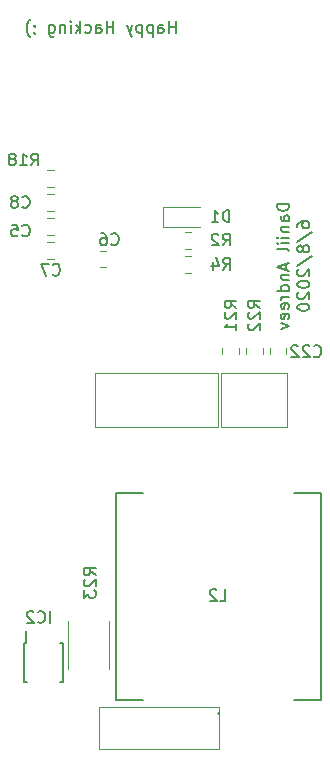
<source format=gbr>
G04 #@! TF.GenerationSoftware,KiCad,Pcbnew,(5.1.4)-1*
G04 #@! TF.CreationDate,2020-06-09T22:28:14-07:00*
G04 #@! TF.ProjectId,SkateLightMainBoard,536b6174-654c-4696-9768-744d61696e42,rev?*
G04 #@! TF.SameCoordinates,Original*
G04 #@! TF.FileFunction,Legend,Bot*
G04 #@! TF.FilePolarity,Positive*
%FSLAX46Y46*%
G04 Gerber Fmt 4.6, Leading zero omitted, Abs format (unit mm)*
G04 Created by KiCad (PCBNEW (5.1.4)-1) date 2020-06-09 22:28:14*
%MOMM*%
%LPD*%
G04 APERTURE LIST*
%ADD10C,0.150000*%
%ADD11C,0.203200*%
%ADD12C,0.152400*%
%ADD13C,0.120000*%
G04 APERTURE END LIST*
D10*
X1458123Y24617419D02*
X1458123Y25617419D01*
X1458123Y25141228D02*
X886695Y25141228D01*
X886695Y24617419D02*
X886695Y25617419D01*
X-18066Y24617419D02*
X-18066Y25141228D01*
X29552Y25236466D01*
X124790Y25284085D01*
X315266Y25284085D01*
X410504Y25236466D01*
X-18066Y24665038D02*
X77171Y24617419D01*
X315266Y24617419D01*
X410504Y24665038D01*
X458123Y24760276D01*
X458123Y24855514D01*
X410504Y24950752D01*
X315266Y24998371D01*
X77171Y24998371D01*
X-18066Y25045990D01*
X-494257Y25284085D02*
X-494257Y24284085D01*
X-494257Y25236466D02*
X-589495Y25284085D01*
X-779971Y25284085D01*
X-875209Y25236466D01*
X-922828Y25188847D01*
X-970447Y25093609D01*
X-970447Y24807895D01*
X-922828Y24712657D01*
X-875209Y24665038D01*
X-779971Y24617419D01*
X-589495Y24617419D01*
X-494257Y24665038D01*
X-1399019Y25284085D02*
X-1399019Y24284085D01*
X-1399019Y25236466D02*
X-1494257Y25284085D01*
X-1684733Y25284085D01*
X-1779971Y25236466D01*
X-1827590Y25188847D01*
X-1875209Y25093609D01*
X-1875209Y24807895D01*
X-1827590Y24712657D01*
X-1779971Y24665038D01*
X-1684733Y24617419D01*
X-1494257Y24617419D01*
X-1399019Y24665038D01*
X-2208542Y25284085D02*
X-2446638Y24617419D01*
X-2684733Y25284085D02*
X-2446638Y24617419D01*
X-2351400Y24379323D01*
X-2303780Y24331704D01*
X-2208542Y24284085D01*
X-3827590Y24617419D02*
X-3827590Y25617419D01*
X-3827590Y25141228D02*
X-4399019Y25141228D01*
X-4399019Y24617419D02*
X-4399019Y25617419D01*
X-5303780Y24617419D02*
X-5303780Y25141228D01*
X-5256161Y25236466D01*
X-5160923Y25284085D01*
X-4970447Y25284085D01*
X-4875209Y25236466D01*
X-5303780Y24665038D02*
X-5208542Y24617419D01*
X-4970447Y24617419D01*
X-4875209Y24665038D01*
X-4827590Y24760276D01*
X-4827590Y24855514D01*
X-4875209Y24950752D01*
X-4970447Y24998371D01*
X-5208542Y24998371D01*
X-5303780Y25045990D01*
X-6208542Y24665038D02*
X-6113304Y24617419D01*
X-5922828Y24617419D01*
X-5827590Y24665038D01*
X-5779971Y24712657D01*
X-5732352Y24807895D01*
X-5732352Y25093609D01*
X-5779971Y25188847D01*
X-5827590Y25236466D01*
X-5922828Y25284085D01*
X-6113304Y25284085D01*
X-6208542Y25236466D01*
X-6637114Y24617419D02*
X-6637114Y25617419D01*
X-6732352Y24998371D02*
X-7018066Y24617419D01*
X-7018066Y25284085D02*
X-6637114Y24903133D01*
X-7446638Y24617419D02*
X-7446638Y25284085D01*
X-7446638Y25617419D02*
X-7399019Y25569800D01*
X-7446638Y25522180D01*
X-7494257Y25569800D01*
X-7446638Y25617419D01*
X-7446638Y25522180D01*
X-7922828Y25284085D02*
X-7922828Y24617419D01*
X-7922828Y25188847D02*
X-7970447Y25236466D01*
X-8065685Y25284085D01*
X-8208542Y25284085D01*
X-8303780Y25236466D01*
X-8351400Y25141228D01*
X-8351400Y24617419D01*
X-9256161Y25284085D02*
X-9256161Y24474561D01*
X-9208542Y24379323D01*
X-9160923Y24331704D01*
X-9065685Y24284085D01*
X-8922828Y24284085D01*
X-8827590Y24331704D01*
X-9256161Y24665038D02*
X-9160923Y24617419D01*
X-8970447Y24617419D01*
X-8875209Y24665038D01*
X-8827590Y24712657D01*
X-8779971Y24807895D01*
X-8779971Y25093609D01*
X-8827590Y25188847D01*
X-8875209Y25236466D01*
X-8970447Y25284085D01*
X-9160923Y25284085D01*
X-9256161Y25236466D01*
X-10541876Y24665038D02*
X-10541876Y24617419D01*
X-10494257Y24522180D01*
X-10446638Y24474561D01*
X-10494257Y25236466D02*
X-10541876Y25188847D01*
X-10494257Y25141228D01*
X-10446638Y25188847D01*
X-10494257Y25236466D01*
X-10494257Y25141228D01*
X-10875209Y24236466D02*
X-10922828Y24284085D01*
X-11018066Y24426942D01*
X-11065685Y24522180D01*
X-11113304Y24665038D01*
X-11160923Y24903133D01*
X-11160923Y25093609D01*
X-11113304Y25331704D01*
X-11065685Y25474561D01*
X-11018066Y25569800D01*
X-10922828Y25712657D01*
X-10875209Y25760276D01*
D11*
X11046019Y10119333D02*
X10030019Y10119333D01*
X10030019Y9877428D01*
X10078400Y9732285D01*
X10175161Y9635523D01*
X10271923Y9587142D01*
X10465447Y9538761D01*
X10610590Y9538761D01*
X10804114Y9587142D01*
X10900876Y9635523D01*
X10997638Y9732285D01*
X11046019Y9877428D01*
X11046019Y10119333D01*
X11046019Y8667904D02*
X10513828Y8667904D01*
X10417066Y8716285D01*
X10368685Y8813047D01*
X10368685Y9006571D01*
X10417066Y9103333D01*
X10997638Y8667904D02*
X11046019Y8764666D01*
X11046019Y9006571D01*
X10997638Y9103333D01*
X10900876Y9151714D01*
X10804114Y9151714D01*
X10707352Y9103333D01*
X10658971Y9006571D01*
X10658971Y8764666D01*
X10610590Y8667904D01*
X10368685Y8184095D02*
X11046019Y8184095D01*
X10465447Y8184095D02*
X10417066Y8135714D01*
X10368685Y8038952D01*
X10368685Y7893809D01*
X10417066Y7797047D01*
X10513828Y7748666D01*
X11046019Y7748666D01*
X11046019Y7264857D02*
X10368685Y7264857D01*
X10030019Y7264857D02*
X10078400Y7313238D01*
X10126780Y7264857D01*
X10078400Y7216476D01*
X10030019Y7264857D01*
X10126780Y7264857D01*
X11046019Y6781047D02*
X10368685Y6781047D01*
X10030019Y6781047D02*
X10078400Y6829428D01*
X10126780Y6781047D01*
X10078400Y6732666D01*
X10030019Y6781047D01*
X10126780Y6781047D01*
X11046019Y6152095D02*
X10997638Y6248857D01*
X10900876Y6297238D01*
X10030019Y6297238D01*
X10755733Y5039333D02*
X10755733Y4555523D01*
X11046019Y5136095D02*
X10030019Y4797428D01*
X11046019Y4458761D01*
X10368685Y4120095D02*
X11046019Y4120095D01*
X10465447Y4120095D02*
X10417066Y4071714D01*
X10368685Y3974952D01*
X10368685Y3829809D01*
X10417066Y3733047D01*
X10513828Y3684666D01*
X11046019Y3684666D01*
X11046019Y2765428D02*
X10030019Y2765428D01*
X10997638Y2765428D02*
X11046019Y2862190D01*
X11046019Y3055714D01*
X10997638Y3152476D01*
X10949257Y3200857D01*
X10852495Y3249238D01*
X10562209Y3249238D01*
X10465447Y3200857D01*
X10417066Y3152476D01*
X10368685Y3055714D01*
X10368685Y2862190D01*
X10417066Y2765428D01*
X11046019Y2281619D02*
X10368685Y2281619D01*
X10562209Y2281619D02*
X10465447Y2233238D01*
X10417066Y2184857D01*
X10368685Y2088095D01*
X10368685Y1991333D01*
X10997638Y1265619D02*
X11046019Y1362380D01*
X11046019Y1555904D01*
X10997638Y1652666D01*
X10900876Y1701047D01*
X10513828Y1701047D01*
X10417066Y1652666D01*
X10368685Y1555904D01*
X10368685Y1362380D01*
X10417066Y1265619D01*
X10513828Y1217238D01*
X10610590Y1217238D01*
X10707352Y1701047D01*
X10997638Y394761D02*
X11046019Y491523D01*
X11046019Y685047D01*
X10997638Y781809D01*
X10900876Y830190D01*
X10513828Y830190D01*
X10417066Y781809D01*
X10368685Y685047D01*
X10368685Y491523D01*
X10417066Y394761D01*
X10513828Y346380D01*
X10610590Y346380D01*
X10707352Y830190D01*
X10368685Y7714D02*
X11046019Y-234190D01*
X10368685Y-476095D01*
X11757219Y8159904D02*
X11757219Y8353428D01*
X11805600Y8450190D01*
X11853980Y8498571D01*
X11999123Y8595333D01*
X12192647Y8643714D01*
X12579695Y8643714D01*
X12676457Y8595333D01*
X12724838Y8546952D01*
X12773219Y8450190D01*
X12773219Y8256666D01*
X12724838Y8159904D01*
X12676457Y8111523D01*
X12579695Y8063142D01*
X12337790Y8063142D01*
X12241028Y8111523D01*
X12192647Y8159904D01*
X12144266Y8256666D01*
X12144266Y8450190D01*
X12192647Y8546952D01*
X12241028Y8595333D01*
X12337790Y8643714D01*
X11708838Y6902000D02*
X13015123Y7772857D01*
X12192647Y6418190D02*
X12144266Y6514952D01*
X12095885Y6563333D01*
X11999123Y6611714D01*
X11950742Y6611714D01*
X11853980Y6563333D01*
X11805600Y6514952D01*
X11757219Y6418190D01*
X11757219Y6224666D01*
X11805600Y6127904D01*
X11853980Y6079523D01*
X11950742Y6031142D01*
X11999123Y6031142D01*
X12095885Y6079523D01*
X12144266Y6127904D01*
X12192647Y6224666D01*
X12192647Y6418190D01*
X12241028Y6514952D01*
X12289409Y6563333D01*
X12386171Y6611714D01*
X12579695Y6611714D01*
X12676457Y6563333D01*
X12724838Y6514952D01*
X12773219Y6418190D01*
X12773219Y6224666D01*
X12724838Y6127904D01*
X12676457Y6079523D01*
X12579695Y6031142D01*
X12386171Y6031142D01*
X12289409Y6079523D01*
X12241028Y6127904D01*
X12192647Y6224666D01*
X11708838Y4870000D02*
X13015123Y5740857D01*
X11853980Y4579714D02*
X11805600Y4531333D01*
X11757219Y4434571D01*
X11757219Y4192666D01*
X11805600Y4095904D01*
X11853980Y4047523D01*
X11950742Y3999142D01*
X12047504Y3999142D01*
X12192647Y4047523D01*
X12773219Y4628095D01*
X12773219Y3999142D01*
X11757219Y3370190D02*
X11757219Y3273428D01*
X11805600Y3176666D01*
X11853980Y3128285D01*
X11950742Y3079904D01*
X12144266Y3031523D01*
X12386171Y3031523D01*
X12579695Y3079904D01*
X12676457Y3128285D01*
X12724838Y3176666D01*
X12773219Y3273428D01*
X12773219Y3370190D01*
X12724838Y3466952D01*
X12676457Y3515333D01*
X12579695Y3563714D01*
X12386171Y3612095D01*
X12144266Y3612095D01*
X11950742Y3563714D01*
X11853980Y3515333D01*
X11805600Y3466952D01*
X11757219Y3370190D01*
X11853980Y2644476D02*
X11805600Y2596095D01*
X11757219Y2499333D01*
X11757219Y2257428D01*
X11805600Y2160666D01*
X11853980Y2112285D01*
X11950742Y2063904D01*
X12047504Y2063904D01*
X12192647Y2112285D01*
X12773219Y2692857D01*
X12773219Y2063904D01*
X11757219Y1434952D02*
X11757219Y1338190D01*
X11805600Y1241428D01*
X11853980Y1193047D01*
X11950742Y1144666D01*
X12144266Y1096285D01*
X12386171Y1096285D01*
X12579695Y1144666D01*
X12676457Y1193047D01*
X12724838Y1241428D01*
X12773219Y1338190D01*
X12773219Y1434952D01*
X12724838Y1531714D01*
X12676457Y1580095D01*
X12579695Y1628476D01*
X12386171Y1676857D01*
X12144266Y1676857D01*
X11950742Y1628476D01*
X11853980Y1580095D01*
X11805600Y1531714D01*
X11757219Y1434952D01*
D12*
X-3619500Y-31877000D02*
X-3619500Y-14351000D01*
X-3619500Y-14351000D02*
X-1348740Y-14351000D01*
X13779500Y-14351000D02*
X13779500Y-31877000D01*
X13779500Y-31877000D02*
X11508740Y-31877000D01*
X-1348740Y-31877000D02*
X-3619500Y-31877000D01*
X11508740Y-14351000D02*
X13779500Y-14351000D01*
X5156200Y-33020000D02*
G75*
G03X5156200Y-33020000I-76200J0D01*
G01*
D13*
X-5080000Y-36026000D02*
X5080000Y-36026000D01*
X-5080000Y-32470000D02*
X-5080000Y-36026000D01*
X5080000Y-32470000D02*
X-5080000Y-32470000D01*
X5080000Y-36026000D02*
X5080000Y-32470000D01*
D10*
X-11256140Y-27074460D02*
X-11256140Y-25999460D01*
X-8131140Y-27074460D02*
X-8131140Y-30324460D01*
X-11381140Y-27074460D02*
X-11381140Y-30324460D01*
X-8131140Y-27074460D02*
X-8356140Y-27074460D01*
X-8131140Y-30324460D02*
X-8356140Y-30324460D01*
X-11381140Y-30324460D02*
X-11156140Y-30324460D01*
X-11381140Y-27074460D02*
X-11256140Y-27074460D01*
D13*
X-4215820Y-29294244D02*
X-4215820Y-25190116D01*
X-7635820Y-29294244D02*
X-7635820Y-25190116D01*
X-9402578Y7481500D02*
X-8885422Y7481500D01*
X-9402578Y8901500D02*
X-8885422Y8901500D01*
X-4440422Y4751000D02*
X-4957578Y4751000D01*
X-4440422Y6171000D02*
X-4957578Y6171000D01*
X-9402578Y5449500D02*
X-8885422Y5449500D01*
X-9402578Y6869500D02*
X-8885422Y6869500D01*
X-9402578Y9513500D02*
X-8885422Y9513500D01*
X-9402578Y10933500D02*
X-8885422Y10933500D01*
X9399200Y-2567678D02*
X9399200Y-2050522D01*
X10819200Y-2567678D02*
X10819200Y-2050522D01*
X373300Y8205100D02*
X373300Y9905100D01*
X373300Y9905100D02*
X3523300Y9905100D01*
X373300Y8205100D02*
X3523300Y8205100D01*
X5308600Y-4165600D02*
X5308600Y-8737600D01*
X5308600Y-8737600D02*
X10896600Y-8737600D01*
X10896600Y-8737600D02*
X10896600Y-4165600D01*
X10896600Y-4165600D02*
X5308600Y-4165600D01*
X2268722Y7733100D02*
X2785878Y7733100D01*
X2268722Y6313100D02*
X2785878Y6313100D01*
X2268722Y4306500D02*
X2785878Y4306500D01*
X2268722Y5726500D02*
X2785878Y5726500D01*
X-8885422Y12965500D02*
X-9402578Y12965500D01*
X-8885422Y11545500D02*
X-9402578Y11545500D01*
X6831400Y-2052822D02*
X6831400Y-2569978D01*
X5411400Y-2052822D02*
X5411400Y-2569978D01*
X7418000Y-2052822D02*
X7418000Y-2569978D01*
X8838000Y-2052822D02*
X8838000Y-2569978D01*
X-5384800Y-4165600D02*
X-5384800Y-8737600D01*
X-5384800Y-8737600D02*
X5029200Y-8737600D01*
X5029200Y-8737600D02*
X5029200Y-4165600D01*
X5029200Y-4165600D02*
X-5384800Y-4165600D01*
D10*
X5183166Y-23502880D02*
X5659357Y-23502880D01*
X5659357Y-22502880D01*
X4897452Y-22598119D02*
X4849833Y-22550500D01*
X4754595Y-22502880D01*
X4516500Y-22502880D01*
X4421261Y-22550500D01*
X4373642Y-22598119D01*
X4326023Y-22693357D01*
X4326023Y-22788595D01*
X4373642Y-22931452D01*
X4945071Y-23502880D01*
X4326023Y-23502880D01*
X-9163809Y-25346380D02*
X-9163809Y-24346380D01*
X-10211428Y-25251142D02*
X-10163809Y-25298761D01*
X-10020952Y-25346380D01*
X-9925714Y-25346380D01*
X-9782857Y-25298761D01*
X-9687619Y-25203523D01*
X-9640000Y-25108285D01*
X-9592380Y-24917809D01*
X-9592380Y-24774952D01*
X-9640000Y-24584476D01*
X-9687619Y-24489238D01*
X-9782857Y-24394000D01*
X-9925714Y-24346380D01*
X-10020952Y-24346380D01*
X-10163809Y-24394000D01*
X-10211428Y-24441619D01*
X-10592380Y-24441619D02*
X-10640000Y-24394000D01*
X-10735238Y-24346380D01*
X-10973333Y-24346380D01*
X-11068571Y-24394000D01*
X-11116190Y-24441619D01*
X-11163809Y-24536857D01*
X-11163809Y-24632095D01*
X-11116190Y-24774952D01*
X-10544761Y-25346380D01*
X-11163809Y-25346380D01*
X-5333739Y-21307822D02*
X-5809929Y-20974489D01*
X-5333739Y-20736394D02*
X-6333739Y-20736394D01*
X-6333739Y-21117346D01*
X-6286120Y-21212584D01*
X-6238500Y-21260203D01*
X-6143262Y-21307822D01*
X-6000405Y-21307822D01*
X-5905167Y-21260203D01*
X-5857548Y-21212584D01*
X-5809929Y-21117346D01*
X-5809929Y-20736394D01*
X-6238500Y-21688775D02*
X-6286120Y-21736394D01*
X-6333739Y-21831632D01*
X-6333739Y-22069727D01*
X-6286120Y-22164965D01*
X-6238500Y-22212584D01*
X-6143262Y-22260203D01*
X-6048024Y-22260203D01*
X-5905167Y-22212584D01*
X-5333739Y-21641156D01*
X-5333739Y-22260203D01*
X-6333739Y-22593537D02*
X-6333739Y-23212584D01*
X-5952786Y-22879251D01*
X-5952786Y-23022108D01*
X-5905167Y-23117346D01*
X-5857548Y-23164965D01*
X-5762310Y-23212584D01*
X-5524215Y-23212584D01*
X-5428977Y-23164965D01*
X-5381358Y-23117346D01*
X-5333739Y-23022108D01*
X-5333739Y-22736394D01*
X-5381358Y-22641156D01*
X-5428977Y-22593537D01*
X-11523333Y7472857D02*
X-11475714Y7425238D01*
X-11332857Y7377619D01*
X-11237619Y7377619D01*
X-11094761Y7425238D01*
X-10999523Y7520476D01*
X-10951904Y7615714D01*
X-10904285Y7806190D01*
X-10904285Y7949047D01*
X-10951904Y8139523D01*
X-10999523Y8234761D01*
X-11094761Y8330000D01*
X-11237619Y8377619D01*
X-11332857Y8377619D01*
X-11475714Y8330000D01*
X-11523333Y8282380D01*
X-12428095Y8377619D02*
X-11951904Y8377619D01*
X-11904285Y7901428D01*
X-11951904Y7949047D01*
X-12047142Y7996666D01*
X-12285238Y7996666D01*
X-12380476Y7949047D01*
X-12428095Y7901428D01*
X-12475714Y7806190D01*
X-12475714Y7568095D01*
X-12428095Y7472857D01*
X-12380476Y7425238D01*
X-12285238Y7377619D01*
X-12047142Y7377619D01*
X-11951904Y7425238D01*
X-11904285Y7472857D01*
X-3993333Y6732857D02*
X-3945714Y6685238D01*
X-3802857Y6637619D01*
X-3707619Y6637619D01*
X-3564761Y6685238D01*
X-3469523Y6780476D01*
X-3421904Y6875714D01*
X-3374285Y7066190D01*
X-3374285Y7209047D01*
X-3421904Y7399523D01*
X-3469523Y7494761D01*
X-3564761Y7590000D01*
X-3707619Y7637619D01*
X-3802857Y7637619D01*
X-3945714Y7590000D01*
X-3993333Y7542380D01*
X-4850476Y7637619D02*
X-4659999Y7637619D01*
X-4564761Y7590000D01*
X-4517142Y7542380D01*
X-4421904Y7399523D01*
X-4374285Y7209047D01*
X-4374285Y6828095D01*
X-4421904Y6732857D01*
X-4469523Y6685238D01*
X-4564761Y6637619D01*
X-4755238Y6637619D01*
X-4850476Y6685238D01*
X-4898095Y6732857D01*
X-4945714Y6828095D01*
X-4945714Y7066190D01*
X-4898095Y7161428D01*
X-4850476Y7209047D01*
X-4755238Y7256666D01*
X-4564761Y7256666D01*
X-4469523Y7209047D01*
X-4421904Y7161428D01*
X-4374285Y7066190D01*
X-8977333Y4152357D02*
X-8929714Y4104738D01*
X-8786857Y4057119D01*
X-8691619Y4057119D01*
X-8548761Y4104738D01*
X-8453523Y4199976D01*
X-8405904Y4295214D01*
X-8358285Y4485690D01*
X-8358285Y4628547D01*
X-8405904Y4819023D01*
X-8453523Y4914261D01*
X-8548761Y5009500D01*
X-8691619Y5057119D01*
X-8786857Y5057119D01*
X-8929714Y5009500D01*
X-8977333Y4961880D01*
X-9310666Y5057119D02*
X-9977333Y5057119D01*
X-9548761Y4057119D01*
X-11543333Y9872857D02*
X-11495714Y9825238D01*
X-11352857Y9777619D01*
X-11257619Y9777619D01*
X-11114761Y9825238D01*
X-11019523Y9920476D01*
X-10971904Y10015714D01*
X-10924285Y10206190D01*
X-10924285Y10349047D01*
X-10971904Y10539523D01*
X-11019523Y10634761D01*
X-11114761Y10730000D01*
X-11257619Y10777619D01*
X-11352857Y10777619D01*
X-11495714Y10730000D01*
X-11543333Y10682380D01*
X-12114761Y10349047D02*
X-12019523Y10396666D01*
X-11971904Y10444285D01*
X-11924285Y10539523D01*
X-11924285Y10587142D01*
X-11971904Y10682380D01*
X-12019523Y10730000D01*
X-12114761Y10777619D01*
X-12305238Y10777619D01*
X-12400476Y10730000D01*
X-12448095Y10682380D01*
X-12495714Y10587142D01*
X-12495714Y10539523D01*
X-12448095Y10444285D01*
X-12400476Y10396666D01*
X-12305238Y10349047D01*
X-12114761Y10349047D01*
X-12019523Y10301428D01*
X-11971904Y10253809D01*
X-11924285Y10158571D01*
X-11924285Y9968095D01*
X-11971904Y9872857D01*
X-12019523Y9825238D01*
X-12114761Y9777619D01*
X-12305238Y9777619D01*
X-12400476Y9825238D01*
X-12448095Y9872857D01*
X-12495714Y9968095D01*
X-12495714Y10158571D01*
X-12448095Y10253809D01*
X-12400476Y10301428D01*
X-12305238Y10349047D01*
X13142857Y-2747142D02*
X13190476Y-2794761D01*
X13333333Y-2842380D01*
X13428571Y-2842380D01*
X13571428Y-2794761D01*
X13666666Y-2699523D01*
X13714285Y-2604285D01*
X13761904Y-2413809D01*
X13761904Y-2270952D01*
X13714285Y-2080476D01*
X13666666Y-1985238D01*
X13571428Y-1890000D01*
X13428571Y-1842380D01*
X13333333Y-1842380D01*
X13190476Y-1890000D01*
X13142857Y-1937619D01*
X12761904Y-1937619D02*
X12714285Y-1890000D01*
X12619047Y-1842380D01*
X12380952Y-1842380D01*
X12285714Y-1890000D01*
X12238095Y-1937619D01*
X12190476Y-2032857D01*
X12190476Y-2128095D01*
X12238095Y-2270952D01*
X12809523Y-2842380D01*
X12190476Y-2842380D01*
X11809523Y-1937619D02*
X11761904Y-1890000D01*
X11666666Y-1842380D01*
X11428571Y-1842380D01*
X11333333Y-1890000D01*
X11285714Y-1937619D01*
X11238095Y-2032857D01*
X11238095Y-2128095D01*
X11285714Y-2270952D01*
X11857142Y-2842380D01*
X11238095Y-2842380D01*
X6008095Y8597619D02*
X6008095Y9597619D01*
X5770000Y9597619D01*
X5627142Y9550000D01*
X5531904Y9454761D01*
X5484285Y9359523D01*
X5436666Y9169047D01*
X5436666Y9026190D01*
X5484285Y8835714D01*
X5531904Y8740476D01*
X5627142Y8645238D01*
X5770000Y8597619D01*
X6008095Y8597619D01*
X4484285Y8597619D02*
X5055714Y8597619D01*
X4770000Y8597619D02*
X4770000Y9597619D01*
X4865238Y9454761D01*
X4960476Y9359523D01*
X5055714Y9311904D01*
X5446666Y6607619D02*
X5780000Y7083809D01*
X6018095Y6607619D02*
X6018095Y7607619D01*
X5637142Y7607619D01*
X5541904Y7560000D01*
X5494285Y7512380D01*
X5446666Y7417142D01*
X5446666Y7274285D01*
X5494285Y7179047D01*
X5541904Y7131428D01*
X5637142Y7083809D01*
X6018095Y7083809D01*
X5065714Y7512380D02*
X5018095Y7560000D01*
X4922857Y7607619D01*
X4684761Y7607619D01*
X4589523Y7560000D01*
X4541904Y7512380D01*
X4494285Y7417142D01*
X4494285Y7321904D01*
X4541904Y7179047D01*
X5113333Y6607619D01*
X4494285Y6607619D01*
X5466666Y4557619D02*
X5800000Y5033809D01*
X6038095Y4557619D02*
X6038095Y5557619D01*
X5657142Y5557619D01*
X5561904Y5510000D01*
X5514285Y5462380D01*
X5466666Y5367142D01*
X5466666Y5224285D01*
X5514285Y5129047D01*
X5561904Y5081428D01*
X5657142Y5033809D01*
X6038095Y5033809D01*
X4609523Y5224285D02*
X4609523Y4557619D01*
X4847619Y5605238D02*
X5085714Y4890952D01*
X4466666Y4890952D01*
X-10777142Y13387619D02*
X-10443809Y13863809D01*
X-10205714Y13387619D02*
X-10205714Y14387619D01*
X-10586666Y14387619D01*
X-10681904Y14340000D01*
X-10729523Y14292380D01*
X-10777142Y14197142D01*
X-10777142Y14054285D01*
X-10729523Y13959047D01*
X-10681904Y13911428D01*
X-10586666Y13863809D01*
X-10205714Y13863809D01*
X-11729523Y13387619D02*
X-11158095Y13387619D01*
X-11443809Y13387619D02*
X-11443809Y14387619D01*
X-11348571Y14244761D01*
X-11253333Y14149523D01*
X-11158095Y14101904D01*
X-12300952Y13959047D02*
X-12205714Y14006666D01*
X-12158095Y14054285D01*
X-12110476Y14149523D01*
X-12110476Y14197142D01*
X-12158095Y14292380D01*
X-12205714Y14340000D01*
X-12300952Y14387619D01*
X-12491428Y14387619D01*
X-12586666Y14340000D01*
X-12634285Y14292380D01*
X-12681904Y14197142D01*
X-12681904Y14149523D01*
X-12634285Y14054285D01*
X-12586666Y14006666D01*
X-12491428Y13959047D01*
X-12300952Y13959047D01*
X-12205714Y13911428D01*
X-12158095Y13863809D01*
X-12110476Y13768571D01*
X-12110476Y13578095D01*
X-12158095Y13482857D01*
X-12205714Y13435238D01*
X-12300952Y13387619D01*
X-12491428Y13387619D01*
X-12586666Y13435238D01*
X-12634285Y13482857D01*
X-12681904Y13578095D01*
X-12681904Y13768571D01*
X-12634285Y13863809D01*
X-12586666Y13911428D01*
X-12491428Y13959047D01*
X6599180Y1328657D02*
X6122990Y1661990D01*
X6599180Y1900085D02*
X5599180Y1900085D01*
X5599180Y1519133D01*
X5646800Y1423895D01*
X5694419Y1376276D01*
X5789657Y1328657D01*
X5932514Y1328657D01*
X6027752Y1376276D01*
X6075371Y1423895D01*
X6122990Y1519133D01*
X6122990Y1900085D01*
X5694419Y947704D02*
X5646800Y900085D01*
X5599180Y804847D01*
X5599180Y566752D01*
X5646800Y471514D01*
X5694419Y423895D01*
X5789657Y376276D01*
X5884895Y376276D01*
X6027752Y423895D01*
X6599180Y995323D01*
X6599180Y376276D01*
X6599180Y-576104D02*
X6599180Y-4676D01*
X6599180Y-290390D02*
X5599180Y-290390D01*
X5742038Y-195152D01*
X5837276Y-99914D01*
X5884895Y-4676D01*
X8580380Y1328657D02*
X8104190Y1661990D01*
X8580380Y1900085D02*
X7580380Y1900085D01*
X7580380Y1519133D01*
X7628000Y1423895D01*
X7675619Y1376276D01*
X7770857Y1328657D01*
X7913714Y1328657D01*
X8008952Y1376276D01*
X8056571Y1423895D01*
X8104190Y1519133D01*
X8104190Y1900085D01*
X7675619Y947704D02*
X7628000Y900085D01*
X7580380Y804847D01*
X7580380Y566752D01*
X7628000Y471514D01*
X7675619Y423895D01*
X7770857Y376276D01*
X7866095Y376276D01*
X8008952Y423895D01*
X8580380Y995323D01*
X8580380Y376276D01*
X7675619Y-4676D02*
X7628000Y-52295D01*
X7580380Y-147533D01*
X7580380Y-385628D01*
X7628000Y-480866D01*
X7675619Y-528485D01*
X7770857Y-576104D01*
X7866095Y-576104D01*
X8008952Y-528485D01*
X8580380Y42942D01*
X8580380Y-576104D01*
M02*

</source>
